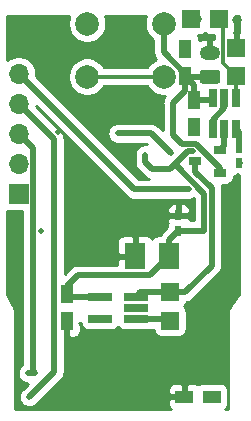
<source format=gbr>
G04 #@! TF.GenerationSoftware,KiCad,Pcbnew,(5.1.9)-1*
G04 #@! TF.CreationDate,2021-03-01T14:18:58+01:00*
G04 #@! TF.ProjectId,button_timer_v1.2.1_lipo[TPL5110],62757474-6f6e-45f7-9469-6d65725f7631,rev?*
G04 #@! TF.SameCoordinates,Original*
G04 #@! TF.FileFunction,Copper,L2,Bot*
G04 #@! TF.FilePolarity,Positive*
%FSLAX46Y46*%
G04 Gerber Fmt 4.6, Leading zero omitted, Abs format (unit mm)*
G04 Created by KiCad (PCBNEW (5.1.9)-1) date 2021-03-01 14:18:58*
%MOMM*%
%LPD*%
G01*
G04 APERTURE LIST*
G04 #@! TA.AperFunction,SMDPad,CuDef*
%ADD10R,1.000000X0.800000*%
G04 #@! TD*
G04 #@! TA.AperFunction,SMDPad,CuDef*
%ADD11R,0.620000X0.900000*%
G04 #@! TD*
G04 #@! TA.AperFunction,SMDPad,CuDef*
%ADD12R,1.800000X2.300000*%
G04 #@! TD*
G04 #@! TA.AperFunction,SMDPad,CuDef*
%ADD13R,1.100000X1.500000*%
G04 #@! TD*
G04 #@! TA.AperFunction,SMDPad,CuDef*
%ADD14R,1.500000X1.100000*%
G04 #@! TD*
G04 #@! TA.AperFunction,SMDPad,CuDef*
%ADD15R,1.500000X1.500000*%
G04 #@! TD*
G04 #@! TA.AperFunction,SMDPad,CuDef*
%ADD16R,2.000000X0.650000*%
G04 #@! TD*
G04 #@! TA.AperFunction,SMDPad,CuDef*
%ADD17C,0.150000*%
G04 #@! TD*
G04 #@! TA.AperFunction,ComponentPad*
%ADD18C,2.000000*%
G04 #@! TD*
G04 #@! TA.AperFunction,ComponentPad*
%ADD19O,1.700000X1.700000*%
G04 #@! TD*
G04 #@! TA.AperFunction,ComponentPad*
%ADD20R,1.700000X1.700000*%
G04 #@! TD*
G04 #@! TA.AperFunction,SMDPad,CuDef*
%ADD21R,0.650000X1.500000*%
G04 #@! TD*
G04 #@! TA.AperFunction,ComponentPad*
%ADD22O,1.750000X1.200000*%
G04 #@! TD*
G04 #@! TA.AperFunction,ViaPad*
%ADD23C,0.500000*%
G04 #@! TD*
G04 #@! TA.AperFunction,ViaPad*
%ADD24C,0.800000*%
G04 #@! TD*
G04 #@! TA.AperFunction,Conductor*
%ADD25C,0.500000*%
G04 #@! TD*
G04 #@! TA.AperFunction,Conductor*
%ADD26C,0.300000*%
G04 #@! TD*
G04 #@! TA.AperFunction,Conductor*
%ADD27C,0.254000*%
G04 #@! TD*
G04 #@! TA.AperFunction,Conductor*
%ADD28C,0.150000*%
G04 #@! TD*
G04 APERTURE END LIST*
D10*
G04 #@! TO.P,Q1,3*
G04 #@! TO.N,Net-(Q1-Pad3)*
X132173000Y-73660000D03*
G04 #@! TO.P,Q1,2*
G04 #@! TO.N,Net-(BT1-Pad1)*
X134273000Y-74610000D03*
G04 #@! TO.P,Q1,1*
G04 #@! TO.N,Net-(Q1-Pad1)*
X134273000Y-72710000D03*
G04 #@! TD*
D11*
G04 #@! TO.P,C7,2*
G04 #@! TO.N,/GND*
X130733800Y-78232240D03*
G04 #@! TO.P,C7,1*
G04 #@! TO.N,/VCC*
X130733800Y-79532240D03*
G04 #@! TD*
D12*
G04 #@! TO.P,C6,2*
G04 #@! TO.N,/GND*
X127053680Y-81696560D03*
G04 #@! TO.P,C6,1*
G04 #@! TO.N,/VCC*
X129953680Y-81696560D03*
G04 #@! TD*
D13*
G04 #@! TO.P,C3,2*
G04 #@! TO.N,/VCC*
X121269760Y-84920440D03*
G04 #@! TO.P,C3,1*
G04 #@! TO.N,/GND*
X121269760Y-87220440D03*
G04 #@! TD*
G04 #@! TO.P,C5,2*
G04 #@! TO.N,Net-(BT1-Pad1)*
X132080000Y-68446000D03*
G04 #@! TO.P,C5,1*
G04 #@! TO.N,/GND*
X132080000Y-70746000D03*
G04 #@! TD*
G04 #@! TO.P,C1,2*
G04 #@! TO.N,Net-(BT1-Pad1)*
X131318000Y-66428000D03*
G04 #@! TO.P,C1,1*
G04 #@! TO.N,/GND*
X131318000Y-64128000D03*
G04 #@! TD*
D14*
G04 #@! TO.P,C2,2*
G04 #@! TO.N,/RST*
X133534800Y-93599000D03*
G04 #@! TO.P,C2,1*
G04 #@! TO.N,/GND*
X131234800Y-93599000D03*
G04 #@! TD*
D15*
G04 #@! TO.P,R7,2*
G04 #@! TO.N,Net-(R7-Pad2)*
X130032760Y-87143440D03*
G04 #@! TO.P,R7,1*
G04 #@! TO.N,Net-(Q1-Pad3)*
X130032760Y-84743440D03*
G04 #@! TD*
G04 #@! TO.P,R8,2*
G04 #@! TO.N,/GND*
X135636000Y-64078000D03*
G04 #@! TO.P,R8,1*
G04 #@! TO.N,Net-(R6-Pad2)*
X135636000Y-66478000D03*
G04 #@! TD*
G04 #@! TO.P,R6,2*
G04 #@! TO.N,Net-(R6-Pad2)*
X134169000Y-61595000D03*
G04 #@! TO.P,R6,1*
G04 #@! TO.N,Net-(D1-Pad2)*
X131769000Y-61595000D03*
G04 #@! TD*
D16*
G04 #@! TO.P,U2,5*
G04 #@! TO.N,/VCC*
X124087760Y-85120440D03*
G04 #@! TO.P,U2,4*
G04 #@! TO.N,N/C*
X124087760Y-87020440D03*
G04 #@! TO.P,U2,3*
G04 #@! TO.N,Net-(R7-Pad2)*
X127137760Y-87020440D03*
G04 #@! TA.AperFunction,SMDPad,CuDef*
D17*
G04 #@! TO.P,U2,2*
G04 #@! TO.N,/GND*
G36*
X128137760Y-85745440D02*
G01*
X128137760Y-86395440D01*
X126137760Y-86395440D01*
X126137760Y-85745440D01*
X128137760Y-85745440D01*
G37*
G04 #@! TD.AperFunction*
D16*
G04 #@! TO.P,U2,1*
G04 #@! TO.N,Net-(Q1-Pad3)*
X127137760Y-85120440D03*
G04 #@! TD*
D18*
G04 #@! TO.P,SW1,1*
G04 #@! TO.N,Net-(BT1-Pad1)*
X129500000Y-62000000D03*
G04 #@! TO.P,SW1,2*
G04 #@! TO.N,Net-(R6-Pad2)*
X129500000Y-66500000D03*
G04 #@! TO.P,SW1,1*
G04 #@! TO.N,Net-(BT1-Pad1)*
X123000000Y-62000000D03*
G04 #@! TO.P,SW1,2*
G04 #@! TO.N,Net-(R6-Pad2)*
X123000000Y-66500000D03*
G04 #@! TD*
D19*
G04 #@! TO.P,J1,5*
G04 #@! TO.N,/RST*
X117200000Y-66240000D03*
G04 #@! TO.P,J1,4*
G04 #@! TO.N,/TX*
X117200000Y-68780000D03*
G04 #@! TO.P,J1,3*
G04 #@! TO.N,/RX*
X117200000Y-71320000D03*
G04 #@! TO.P,J1,2*
G04 #@! TO.N,/GND*
X117200000Y-73860000D03*
D20*
G04 #@! TO.P,J1,1*
G04 #@! TO.N,/VCC*
X117200000Y-76400000D03*
G04 #@! TD*
D21*
G04 #@! TO.P,U1,5*
G04 #@! TO.N,Net-(Q1-Pad1)*
X134620000Y-70896000D03*
G04 #@! TO.P,U1,6*
G04 #@! TO.N,/GND*
X133670000Y-70896000D03*
G04 #@! TO.P,U1,4*
G04 #@! TO.N,/GPIO4*
X135570000Y-70896000D03*
G04 #@! TO.P,U1,3*
G04 #@! TO.N,Net-(R6-Pad2)*
X135570000Y-68296000D03*
G04 #@! TO.P,U1,2*
G04 #@! TO.N,/GND*
X134620000Y-68296000D03*
G04 #@! TO.P,U1,1*
G04 #@! TO.N,Net-(BT1-Pad1)*
X133670000Y-68296000D03*
G04 #@! TD*
D11*
G04 #@! TO.P,C4,2*
G04 #@! TO.N,/GND*
X135890000Y-73802000D03*
G04 #@! TO.P,C4,1*
G04 #@! TO.N,/GPIO4*
X135890000Y-72502000D03*
G04 #@! TD*
D22*
G04 #@! TO.P,BT1,2*
G04 #@! TO.N,/GND*
X133400000Y-64500000D03*
G04 #@! TO.P,BT1,1*
G04 #@! TO.N,Net-(BT1-Pad1)*
G04 #@! TA.AperFunction,ComponentPad*
G36*
G01*
X134025001Y-67100000D02*
X132774999Y-67100000D01*
G75*
G02*
X132525000Y-66850001I0J249999D01*
G01*
X132525000Y-66149999D01*
G75*
G02*
X132774999Y-65900000I249999J0D01*
G01*
X134025001Y-65900000D01*
G75*
G02*
X134275000Y-66149999I0J-249999D01*
G01*
X134275000Y-66850001D01*
G75*
G02*
X134025001Y-67100000I-249999J0D01*
G01*
G37*
G04 #@! TD.AperFunction*
G04 #@! TD*
D23*
G04 #@! TO.N,/VCC*
X132932240Y-79532240D03*
X127900000Y-73100000D03*
X132000000Y-72800000D03*
G04 #@! TO.N,/GND*
X131300000Y-64100000D03*
X123000000Y-73400000D03*
X119100000Y-79600000D03*
X117100000Y-79700000D03*
X123400000Y-71000000D03*
X120500000Y-71200000D03*
X131200000Y-93600000D03*
X127100000Y-86000000D03*
X126900000Y-82200000D03*
X126900000Y-81100000D03*
X135900000Y-73800000D03*
X133700000Y-70900000D03*
X132100000Y-70700000D03*
X134700000Y-68300000D03*
D24*
X135700000Y-61700000D03*
D23*
X121400000Y-61500000D03*
X121900000Y-75700000D03*
X135800000Y-74900000D03*
G04 #@! TO.N,/RST*
X133500000Y-93700000D03*
X131599999Y-76025801D03*
G04 #@! TO.N,/RX*
X118000000Y-91600000D03*
G04 #@! TO.N,/TX*
X118100000Y-93600000D03*
G04 #@! TO.N,/GPIO4*
X135890000Y-72502000D03*
G04 #@! TO.N,Net-(D2-Pad2)*
X130100000Y-73000000D03*
X125600000Y-71300000D03*
D24*
G04 #@! TO.N,Net-(D1-Pad2)*
X132300000Y-61600000D03*
D23*
G04 #@! TO.N,Net-(R6-Pad2)*
X135579000Y-66421000D03*
G04 #@! TD*
D25*
G04 #@! TO.N,/VCC*
X129953680Y-80312360D02*
X130733800Y-79532240D01*
X129953680Y-81696560D02*
X129953680Y-80312360D01*
X130733800Y-79532240D02*
X132932240Y-79532240D01*
X132932240Y-79532240D02*
X132932240Y-79532240D01*
X121469760Y-85120440D02*
X121269760Y-84920440D01*
X124087760Y-85120440D02*
X121469760Y-85120440D01*
X121269760Y-84920440D02*
X121269760Y-84230240D01*
X121269760Y-84230240D02*
X122200000Y-83300000D01*
X128350240Y-83300000D02*
X129953680Y-81696560D01*
X122200000Y-83300000D02*
X128350240Y-83300000D01*
X127900000Y-73100000D02*
X127900000Y-73700000D01*
X127900000Y-73700000D02*
X128500000Y-74300000D01*
X128500000Y-74300000D02*
X130000000Y-74300000D01*
X131500000Y-72800000D02*
X132000000Y-72800000D01*
X132000000Y-72800000D02*
X132000000Y-72800000D01*
X132932240Y-79532240D02*
X132932240Y-76432240D01*
X130400000Y-73900000D02*
X131500000Y-72800000D01*
X130000000Y-74300000D02*
X130400000Y-73900000D01*
X132932240Y-76432240D02*
X130400000Y-73900000D01*
G04 #@! TO.N,/GND*
X134620000Y-69190998D02*
X134620000Y-68296000D01*
X133670000Y-70140998D02*
X134620000Y-69190998D01*
X133670000Y-70896000D02*
X133670000Y-70140998D01*
G04 #@! TO.N,/RST*
X126985801Y-76025801D02*
X131599999Y-76025801D01*
X117200000Y-66240000D02*
X126985801Y-76025801D01*
G04 #@! TO.N,/RX*
X118000000Y-91600000D02*
X118600000Y-91600000D01*
X118400001Y-72520001D02*
X117200000Y-71320000D01*
X118600000Y-91600000D02*
X118400001Y-91400001D01*
X118400001Y-91400001D02*
X118400001Y-72520001D01*
G04 #@! TO.N,/TX*
X118100000Y-93600000D02*
X118100000Y-93600000D01*
X117200000Y-68780000D02*
X120200000Y-71780000D01*
X120200000Y-71780000D02*
X120200000Y-91500000D01*
X120200000Y-91500000D02*
X118349999Y-93350001D01*
X118349999Y-93350001D02*
X118100000Y-93600000D01*
G04 #@! TO.N,Net-(BT1-Pad1)*
X131390000Y-66500000D02*
X131318000Y-66428000D01*
X133400000Y-66500000D02*
X131390000Y-66500000D01*
X129500000Y-64410000D02*
X129500000Y-62000000D01*
X131318000Y-66228000D02*
X129500000Y-64410000D01*
X131318000Y-66428000D02*
X131318000Y-66228000D01*
X133520000Y-68446000D02*
X133670000Y-68296000D01*
X132080000Y-68446000D02*
X133520000Y-68446000D01*
X132080000Y-67190000D02*
X131318000Y-66428000D01*
X132080000Y-68446000D02*
X132080000Y-67190000D01*
X131318000Y-67678000D02*
X131318000Y-66428000D01*
X134273000Y-74610000D02*
X134273000Y-74224457D01*
X134273000Y-74224457D02*
X132248532Y-72199989D01*
X132248532Y-72199989D02*
X131051468Y-72199989D01*
X131051468Y-72199989D02*
X130268000Y-71416521D01*
X130268000Y-68728000D02*
X131318000Y-67678000D01*
X130268000Y-71416521D02*
X130268000Y-68728000D01*
G04 #@! TO.N,Net-(R7-Pad2)*
X129909760Y-87020440D02*
X130032760Y-87143440D01*
X127137760Y-87020440D02*
X129909760Y-87020440D01*
G04 #@! TO.N,/GPIO4*
X135890000Y-71216000D02*
X135570000Y-70896000D01*
X135890000Y-72502000D02*
X135890000Y-72502000D01*
X135890000Y-72502000D02*
X135890000Y-71216000D01*
G04 #@! TO.N,Net-(D2-Pad2)*
X128400000Y-71300000D02*
X130100000Y-73000000D01*
X125600000Y-71300000D02*
X128400000Y-71300000D01*
D26*
G04 #@! TO.N,Net-(R6-Pad2)*
X134525010Y-65367010D02*
X135579000Y-66421000D01*
X134525010Y-61951010D02*
X134525010Y-65367010D01*
X134169000Y-61595000D02*
X134525010Y-61951010D01*
X129500000Y-66500000D02*
X123000000Y-66500000D01*
X135636000Y-68230000D02*
X135570000Y-68296000D01*
X135636000Y-66478000D02*
X135636000Y-68230000D01*
X135579000Y-66421000D02*
X135636000Y-66478000D01*
D25*
G04 #@! TO.N,Net-(Q1-Pad3)*
X127514760Y-84743440D02*
X127137760Y-85120440D01*
X130032760Y-84743440D02*
X127514760Y-84743440D01*
X131282760Y-84743440D02*
X133532251Y-82493949D01*
X130032760Y-84743440D02*
X131282760Y-84743440D01*
X133532251Y-75919251D02*
X132173000Y-74560000D01*
X133532251Y-82493949D02*
X133532251Y-75919251D01*
X132173000Y-74560000D02*
X132173000Y-73660000D01*
G04 #@! TO.N,Net-(Q1-Pad1)*
X134620000Y-72363000D02*
X134273000Y-72710000D01*
X134620000Y-70896000D02*
X134620000Y-72363000D01*
G04 #@! TD*
D27*
G04 #@! TO.N,/GND*
X135762998Y-74887000D02*
X135840001Y-74887000D01*
X135840001Y-78071344D01*
X135840000Y-78071354D01*
X135840001Y-80611344D01*
X135840000Y-80611354D01*
X135840001Y-84917666D01*
X135200464Y-85831291D01*
X135149289Y-85873290D01*
X135063688Y-85977594D01*
X135000081Y-86096595D01*
X134960912Y-86225718D01*
X134951000Y-86326354D01*
X134951001Y-94673000D01*
X134647259Y-94673000D01*
X134735985Y-94600185D01*
X134815337Y-94503494D01*
X134874302Y-94393180D01*
X134910612Y-94273482D01*
X134922872Y-94149000D01*
X134922872Y-93049000D01*
X134910612Y-92924518D01*
X134874302Y-92804820D01*
X134815337Y-92694506D01*
X134735985Y-92597815D01*
X134639294Y-92518463D01*
X134528980Y-92459498D01*
X134409282Y-92423188D01*
X134284800Y-92410928D01*
X132784800Y-92410928D01*
X132660318Y-92423188D01*
X132540620Y-92459498D01*
X132430306Y-92518463D01*
X132384800Y-92555809D01*
X132339294Y-92518463D01*
X132228980Y-92459498D01*
X132109282Y-92423188D01*
X131984800Y-92410928D01*
X131520550Y-92414000D01*
X131361800Y-92572750D01*
X131361800Y-93472000D01*
X131381800Y-93472000D01*
X131381800Y-93726000D01*
X131361800Y-93726000D01*
X131361800Y-93746000D01*
X131107800Y-93746000D01*
X131107800Y-93726000D01*
X130008550Y-93726000D01*
X129849800Y-93884750D01*
X129846728Y-94149000D01*
X129858988Y-94273482D01*
X129895298Y-94393180D01*
X129954263Y-94503494D01*
X130033615Y-94600185D01*
X130122341Y-94673000D01*
X116890000Y-94673000D01*
X116890000Y-86326353D01*
X116880088Y-86225717D01*
X116840919Y-86096594D01*
X116777312Y-85977593D01*
X116725198Y-85914093D01*
X116255000Y-84907054D01*
X116255000Y-77878716D01*
X116350000Y-77888072D01*
X117515002Y-77888072D01*
X117515001Y-90855746D01*
X117505941Y-90860589D01*
X117472171Y-90888304D01*
X117435845Y-90912576D01*
X117404951Y-90943470D01*
X117371183Y-90971183D01*
X117343470Y-91004951D01*
X117312576Y-91035845D01*
X117288304Y-91072171D01*
X117260589Y-91105941D01*
X117239996Y-91144467D01*
X117215723Y-91180795D01*
X117199001Y-91221165D01*
X117178411Y-91259687D01*
X117165731Y-91301487D01*
X117149010Y-91341855D01*
X117140487Y-91384705D01*
X117127805Y-91426510D01*
X117123523Y-91469987D01*
X117115000Y-91512835D01*
X117115000Y-91556523D01*
X117110718Y-91600000D01*
X117115000Y-91643477D01*
X117115000Y-91687165D01*
X117123523Y-91730013D01*
X117127805Y-91773490D01*
X117140487Y-91815295D01*
X117149010Y-91858145D01*
X117165731Y-91898513D01*
X117178411Y-91940313D01*
X117199001Y-91978835D01*
X117215723Y-92019205D01*
X117239996Y-92055533D01*
X117260589Y-92094059D01*
X117288304Y-92127829D01*
X117312576Y-92164155D01*
X117343470Y-92195049D01*
X117371183Y-92228817D01*
X117404951Y-92256530D01*
X117435845Y-92287424D01*
X117472171Y-92311696D01*
X117505941Y-92339411D01*
X117544467Y-92360004D01*
X117580795Y-92384277D01*
X117621165Y-92400999D01*
X117659687Y-92421589D01*
X117701487Y-92434269D01*
X117741855Y-92450990D01*
X117784705Y-92459513D01*
X117826510Y-92472195D01*
X117869987Y-92476477D01*
X117912835Y-92485000D01*
X117963422Y-92485000D01*
X117535848Y-92912574D01*
X117535845Y-92912576D01*
X117504951Y-92943470D01*
X117471183Y-92971183D01*
X117443470Y-93004951D01*
X117412576Y-93035845D01*
X117388304Y-93072171D01*
X117360589Y-93105941D01*
X117339996Y-93144467D01*
X117315723Y-93180795D01*
X117299001Y-93221165D01*
X117278411Y-93259687D01*
X117265731Y-93301487D01*
X117249010Y-93341855D01*
X117240487Y-93384705D01*
X117227805Y-93426510D01*
X117223523Y-93469987D01*
X117215000Y-93512835D01*
X117215000Y-93556523D01*
X117210718Y-93600000D01*
X117215000Y-93643477D01*
X117215000Y-93687165D01*
X117223523Y-93730013D01*
X117227805Y-93773490D01*
X117240487Y-93815295D01*
X117249010Y-93858145D01*
X117265731Y-93898513D01*
X117278411Y-93940313D01*
X117299001Y-93978835D01*
X117315723Y-94019205D01*
X117339996Y-94055533D01*
X117360589Y-94094059D01*
X117388304Y-94127829D01*
X117412576Y-94164155D01*
X117443470Y-94195049D01*
X117471183Y-94228817D01*
X117504951Y-94256530D01*
X117535845Y-94287424D01*
X117572171Y-94311696D01*
X117605941Y-94339411D01*
X117644467Y-94360004D01*
X117680795Y-94384277D01*
X117721165Y-94400999D01*
X117759687Y-94421589D01*
X117801487Y-94434269D01*
X117841855Y-94450990D01*
X117884705Y-94459513D01*
X117926510Y-94472195D01*
X117969987Y-94476477D01*
X118012835Y-94485000D01*
X118056531Y-94485000D01*
X118100000Y-94489281D01*
X118143469Y-94485000D01*
X118187165Y-94485000D01*
X118230013Y-94476477D01*
X118273490Y-94472195D01*
X118315295Y-94459513D01*
X118358145Y-94450990D01*
X118398513Y-94434269D01*
X118440313Y-94421589D01*
X118478835Y-94400999D01*
X118519205Y-94384277D01*
X118555533Y-94360004D01*
X118594059Y-94339411D01*
X118627829Y-94311696D01*
X118664155Y-94287424D01*
X118695049Y-94256530D01*
X118728817Y-94228817D01*
X118756530Y-94195049D01*
X118787424Y-94164155D01*
X118787426Y-94164152D01*
X119006531Y-93945047D01*
X119902578Y-93049000D01*
X129846728Y-93049000D01*
X129849800Y-93313250D01*
X130008550Y-93472000D01*
X131107800Y-93472000D01*
X131107800Y-92572750D01*
X130949050Y-92414000D01*
X130484800Y-92410928D01*
X130360318Y-92423188D01*
X130240620Y-92459498D01*
X130130306Y-92518463D01*
X130033615Y-92597815D01*
X129954263Y-92694506D01*
X129895298Y-92804820D01*
X129858988Y-92924518D01*
X129846728Y-93049000D01*
X119902578Y-93049000D01*
X120795049Y-92156530D01*
X120828817Y-92128817D01*
X120857343Y-92094059D01*
X120939411Y-91994059D01*
X121021589Y-91840314D01*
X121072195Y-91673490D01*
X121079433Y-91599999D01*
X121085000Y-91543477D01*
X121085000Y-91543469D01*
X121089281Y-91500000D01*
X121085000Y-91456531D01*
X121085000Y-88504450D01*
X121142760Y-88446690D01*
X121142760Y-87347440D01*
X121122760Y-87347440D01*
X121122760Y-87093440D01*
X121142760Y-87093440D01*
X121142760Y-87073440D01*
X121396760Y-87073440D01*
X121396760Y-87093440D01*
X121416760Y-87093440D01*
X121416760Y-87347440D01*
X121396760Y-87347440D01*
X121396760Y-88446690D01*
X121555510Y-88605440D01*
X121819760Y-88608512D01*
X121944242Y-88596252D01*
X122063940Y-88559942D01*
X122174254Y-88500977D01*
X122270945Y-88421625D01*
X122350297Y-88324934D01*
X122409262Y-88214620D01*
X122445572Y-88094922D01*
X122457832Y-87970440D01*
X122454760Y-87506190D01*
X122296012Y-87347442D01*
X122449885Y-87347442D01*
X122461948Y-87469922D01*
X122498258Y-87589620D01*
X122557223Y-87699934D01*
X122636575Y-87796625D01*
X122733266Y-87875977D01*
X122843580Y-87934942D01*
X122963278Y-87971252D01*
X123087760Y-87983512D01*
X125087760Y-87983512D01*
X125212242Y-87971252D01*
X125331940Y-87934942D01*
X125442254Y-87875977D01*
X125538945Y-87796625D01*
X125612760Y-87706681D01*
X125686575Y-87796625D01*
X125783266Y-87875977D01*
X125893580Y-87934942D01*
X126013278Y-87971252D01*
X126137760Y-87983512D01*
X128137760Y-87983512D01*
X128262242Y-87971252D01*
X128381940Y-87934942D01*
X128437133Y-87905440D01*
X128645870Y-87905440D01*
X128656948Y-88017922D01*
X128693258Y-88137620D01*
X128752223Y-88247934D01*
X128831575Y-88344625D01*
X128928266Y-88423977D01*
X129038580Y-88482942D01*
X129158278Y-88519252D01*
X129282760Y-88531512D01*
X130782760Y-88531512D01*
X130907242Y-88519252D01*
X131026940Y-88482942D01*
X131137254Y-88423977D01*
X131233945Y-88344625D01*
X131313297Y-88247934D01*
X131372262Y-88137620D01*
X131408572Y-88017922D01*
X131420832Y-87893440D01*
X131420832Y-86393440D01*
X131408572Y-86268958D01*
X131372262Y-86149260D01*
X131313297Y-86038946D01*
X131234918Y-85943440D01*
X131313297Y-85847934D01*
X131372262Y-85737620D01*
X131407819Y-85620405D01*
X131456250Y-85615635D01*
X131623073Y-85565029D01*
X131776819Y-85482851D01*
X131911577Y-85372257D01*
X131939294Y-85338484D01*
X134127301Y-83150478D01*
X134161068Y-83122766D01*
X134271662Y-82988008D01*
X134347267Y-82846560D01*
X134353840Y-82834263D01*
X134404446Y-82667439D01*
X134406807Y-82643468D01*
X134417251Y-82537426D01*
X134417251Y-82537418D01*
X134421532Y-82493949D01*
X134417251Y-82450480D01*
X134417251Y-75962716D01*
X134421532Y-75919250D01*
X134417251Y-75875784D01*
X134417251Y-75875774D01*
X134404446Y-75745761D01*
X134374812Y-75648072D01*
X134773000Y-75648072D01*
X134897482Y-75635812D01*
X135017180Y-75599502D01*
X135127494Y-75540537D01*
X135224185Y-75461185D01*
X135303537Y-75364494D01*
X135362502Y-75254180D01*
X135398812Y-75134482D01*
X135411072Y-75010000D01*
X135411072Y-74864329D01*
X135455518Y-74877812D01*
X135580000Y-74890072D01*
X135604250Y-74887000D01*
X135762998Y-74728252D01*
X135762998Y-74887000D01*
G04 #@! TA.AperFunction,Conductor*
D28*
G36*
X135762998Y-74887000D02*
G01*
X135840001Y-74887000D01*
X135840001Y-78071344D01*
X135840000Y-78071354D01*
X135840001Y-80611344D01*
X135840000Y-80611354D01*
X135840001Y-84917666D01*
X135200464Y-85831291D01*
X135149289Y-85873290D01*
X135063688Y-85977594D01*
X135000081Y-86096595D01*
X134960912Y-86225718D01*
X134951000Y-86326354D01*
X134951001Y-94673000D01*
X134647259Y-94673000D01*
X134735985Y-94600185D01*
X134815337Y-94503494D01*
X134874302Y-94393180D01*
X134910612Y-94273482D01*
X134922872Y-94149000D01*
X134922872Y-93049000D01*
X134910612Y-92924518D01*
X134874302Y-92804820D01*
X134815337Y-92694506D01*
X134735985Y-92597815D01*
X134639294Y-92518463D01*
X134528980Y-92459498D01*
X134409282Y-92423188D01*
X134284800Y-92410928D01*
X132784800Y-92410928D01*
X132660318Y-92423188D01*
X132540620Y-92459498D01*
X132430306Y-92518463D01*
X132384800Y-92555809D01*
X132339294Y-92518463D01*
X132228980Y-92459498D01*
X132109282Y-92423188D01*
X131984800Y-92410928D01*
X131520550Y-92414000D01*
X131361800Y-92572750D01*
X131361800Y-93472000D01*
X131381800Y-93472000D01*
X131381800Y-93726000D01*
X131361800Y-93726000D01*
X131361800Y-93746000D01*
X131107800Y-93746000D01*
X131107800Y-93726000D01*
X130008550Y-93726000D01*
X129849800Y-93884750D01*
X129846728Y-94149000D01*
X129858988Y-94273482D01*
X129895298Y-94393180D01*
X129954263Y-94503494D01*
X130033615Y-94600185D01*
X130122341Y-94673000D01*
X116890000Y-94673000D01*
X116890000Y-86326353D01*
X116880088Y-86225717D01*
X116840919Y-86096594D01*
X116777312Y-85977593D01*
X116725198Y-85914093D01*
X116255000Y-84907054D01*
X116255000Y-77878716D01*
X116350000Y-77888072D01*
X117515002Y-77888072D01*
X117515001Y-90855746D01*
X117505941Y-90860589D01*
X117472171Y-90888304D01*
X117435845Y-90912576D01*
X117404951Y-90943470D01*
X117371183Y-90971183D01*
X117343470Y-91004951D01*
X117312576Y-91035845D01*
X117288304Y-91072171D01*
X117260589Y-91105941D01*
X117239996Y-91144467D01*
X117215723Y-91180795D01*
X117199001Y-91221165D01*
X117178411Y-91259687D01*
X117165731Y-91301487D01*
X117149010Y-91341855D01*
X117140487Y-91384705D01*
X117127805Y-91426510D01*
X117123523Y-91469987D01*
X117115000Y-91512835D01*
X117115000Y-91556523D01*
X117110718Y-91600000D01*
X117115000Y-91643477D01*
X117115000Y-91687165D01*
X117123523Y-91730013D01*
X117127805Y-91773490D01*
X117140487Y-91815295D01*
X117149010Y-91858145D01*
X117165731Y-91898513D01*
X117178411Y-91940313D01*
X117199001Y-91978835D01*
X117215723Y-92019205D01*
X117239996Y-92055533D01*
X117260589Y-92094059D01*
X117288304Y-92127829D01*
X117312576Y-92164155D01*
X117343470Y-92195049D01*
X117371183Y-92228817D01*
X117404951Y-92256530D01*
X117435845Y-92287424D01*
X117472171Y-92311696D01*
X117505941Y-92339411D01*
X117544467Y-92360004D01*
X117580795Y-92384277D01*
X117621165Y-92400999D01*
X117659687Y-92421589D01*
X117701487Y-92434269D01*
X117741855Y-92450990D01*
X117784705Y-92459513D01*
X117826510Y-92472195D01*
X117869987Y-92476477D01*
X117912835Y-92485000D01*
X117963422Y-92485000D01*
X117535848Y-92912574D01*
X117535845Y-92912576D01*
X117504951Y-92943470D01*
X117471183Y-92971183D01*
X117443470Y-93004951D01*
X117412576Y-93035845D01*
X117388304Y-93072171D01*
X117360589Y-93105941D01*
X117339996Y-93144467D01*
X117315723Y-93180795D01*
X117299001Y-93221165D01*
X117278411Y-93259687D01*
X117265731Y-93301487D01*
X117249010Y-93341855D01*
X117240487Y-93384705D01*
X117227805Y-93426510D01*
X117223523Y-93469987D01*
X117215000Y-93512835D01*
X117215000Y-93556523D01*
X117210718Y-93600000D01*
X117215000Y-93643477D01*
X117215000Y-93687165D01*
X117223523Y-93730013D01*
X117227805Y-93773490D01*
X117240487Y-93815295D01*
X117249010Y-93858145D01*
X117265731Y-93898513D01*
X117278411Y-93940313D01*
X117299001Y-93978835D01*
X117315723Y-94019205D01*
X117339996Y-94055533D01*
X117360589Y-94094059D01*
X117388304Y-94127829D01*
X117412576Y-94164155D01*
X117443470Y-94195049D01*
X117471183Y-94228817D01*
X117504951Y-94256530D01*
X117535845Y-94287424D01*
X117572171Y-94311696D01*
X117605941Y-94339411D01*
X117644467Y-94360004D01*
X117680795Y-94384277D01*
X117721165Y-94400999D01*
X117759687Y-94421589D01*
X117801487Y-94434269D01*
X117841855Y-94450990D01*
X117884705Y-94459513D01*
X117926510Y-94472195D01*
X117969987Y-94476477D01*
X118012835Y-94485000D01*
X118056531Y-94485000D01*
X118100000Y-94489281D01*
X118143469Y-94485000D01*
X118187165Y-94485000D01*
X118230013Y-94476477D01*
X118273490Y-94472195D01*
X118315295Y-94459513D01*
X118358145Y-94450990D01*
X118398513Y-94434269D01*
X118440313Y-94421589D01*
X118478835Y-94400999D01*
X118519205Y-94384277D01*
X118555533Y-94360004D01*
X118594059Y-94339411D01*
X118627829Y-94311696D01*
X118664155Y-94287424D01*
X118695049Y-94256530D01*
X118728817Y-94228817D01*
X118756530Y-94195049D01*
X118787424Y-94164155D01*
X118787426Y-94164152D01*
X119006531Y-93945047D01*
X119902578Y-93049000D01*
X129846728Y-93049000D01*
X129849800Y-93313250D01*
X130008550Y-93472000D01*
X131107800Y-93472000D01*
X131107800Y-92572750D01*
X130949050Y-92414000D01*
X130484800Y-92410928D01*
X130360318Y-92423188D01*
X130240620Y-92459498D01*
X130130306Y-92518463D01*
X130033615Y-92597815D01*
X129954263Y-92694506D01*
X129895298Y-92804820D01*
X129858988Y-92924518D01*
X129846728Y-93049000D01*
X119902578Y-93049000D01*
X120795049Y-92156530D01*
X120828817Y-92128817D01*
X120857343Y-92094059D01*
X120939411Y-91994059D01*
X121021589Y-91840314D01*
X121072195Y-91673490D01*
X121079433Y-91599999D01*
X121085000Y-91543477D01*
X121085000Y-91543469D01*
X121089281Y-91500000D01*
X121085000Y-91456531D01*
X121085000Y-88504450D01*
X121142760Y-88446690D01*
X121142760Y-87347440D01*
X121122760Y-87347440D01*
X121122760Y-87093440D01*
X121142760Y-87093440D01*
X121142760Y-87073440D01*
X121396760Y-87073440D01*
X121396760Y-87093440D01*
X121416760Y-87093440D01*
X121416760Y-87347440D01*
X121396760Y-87347440D01*
X121396760Y-88446690D01*
X121555510Y-88605440D01*
X121819760Y-88608512D01*
X121944242Y-88596252D01*
X122063940Y-88559942D01*
X122174254Y-88500977D01*
X122270945Y-88421625D01*
X122350297Y-88324934D01*
X122409262Y-88214620D01*
X122445572Y-88094922D01*
X122457832Y-87970440D01*
X122454760Y-87506190D01*
X122296012Y-87347442D01*
X122449885Y-87347442D01*
X122461948Y-87469922D01*
X122498258Y-87589620D01*
X122557223Y-87699934D01*
X122636575Y-87796625D01*
X122733266Y-87875977D01*
X122843580Y-87934942D01*
X122963278Y-87971252D01*
X123087760Y-87983512D01*
X125087760Y-87983512D01*
X125212242Y-87971252D01*
X125331940Y-87934942D01*
X125442254Y-87875977D01*
X125538945Y-87796625D01*
X125612760Y-87706681D01*
X125686575Y-87796625D01*
X125783266Y-87875977D01*
X125893580Y-87934942D01*
X126013278Y-87971252D01*
X126137760Y-87983512D01*
X128137760Y-87983512D01*
X128262242Y-87971252D01*
X128381940Y-87934942D01*
X128437133Y-87905440D01*
X128645870Y-87905440D01*
X128656948Y-88017922D01*
X128693258Y-88137620D01*
X128752223Y-88247934D01*
X128831575Y-88344625D01*
X128928266Y-88423977D01*
X129038580Y-88482942D01*
X129158278Y-88519252D01*
X129282760Y-88531512D01*
X130782760Y-88531512D01*
X130907242Y-88519252D01*
X131026940Y-88482942D01*
X131137254Y-88423977D01*
X131233945Y-88344625D01*
X131313297Y-88247934D01*
X131372262Y-88137620D01*
X131408572Y-88017922D01*
X131420832Y-87893440D01*
X131420832Y-86393440D01*
X131408572Y-86268958D01*
X131372262Y-86149260D01*
X131313297Y-86038946D01*
X131234918Y-85943440D01*
X131313297Y-85847934D01*
X131372262Y-85737620D01*
X131407819Y-85620405D01*
X131456250Y-85615635D01*
X131623073Y-85565029D01*
X131776819Y-85482851D01*
X131911577Y-85372257D01*
X131939294Y-85338484D01*
X134127301Y-83150478D01*
X134161068Y-83122766D01*
X134271662Y-82988008D01*
X134347267Y-82846560D01*
X134353840Y-82834263D01*
X134404446Y-82667439D01*
X134406807Y-82643468D01*
X134417251Y-82537426D01*
X134417251Y-82537418D01*
X134421532Y-82493949D01*
X134417251Y-82450480D01*
X134417251Y-75962716D01*
X134421532Y-75919250D01*
X134417251Y-75875784D01*
X134417251Y-75875774D01*
X134404446Y-75745761D01*
X134374812Y-75648072D01*
X134773000Y-75648072D01*
X134897482Y-75635812D01*
X135017180Y-75599502D01*
X135127494Y-75540537D01*
X135224185Y-75461185D01*
X135303537Y-75364494D01*
X135362502Y-75254180D01*
X135398812Y-75134482D01*
X135411072Y-75010000D01*
X135411072Y-74864329D01*
X135455518Y-74877812D01*
X135580000Y-74890072D01*
X135604250Y-74887000D01*
X135762998Y-74728252D01*
X135762998Y-74887000D01*
G37*
G04 #@! TD.AperFunction*
D27*
X126329271Y-76620850D02*
X126356984Y-76654618D01*
X126390752Y-76682331D01*
X126390754Y-76682333D01*
X126428396Y-76713225D01*
X126491742Y-76765212D01*
X126645488Y-76847390D01*
X126812311Y-76897996D01*
X126942324Y-76910801D01*
X126942334Y-76910801D01*
X126985800Y-76915082D01*
X127029266Y-76910801D01*
X131687164Y-76910801D01*
X131730012Y-76902278D01*
X131773489Y-76897996D01*
X131815294Y-76885314D01*
X131858144Y-76876791D01*
X131898512Y-76860070D01*
X131940312Y-76847390D01*
X131978834Y-76826800D01*
X132019204Y-76810078D01*
X132042760Y-76794339D01*
X132047241Y-76798820D01*
X132047240Y-78647240D01*
X131681217Y-78647240D01*
X131678800Y-78517990D01*
X131520050Y-78359240D01*
X130860800Y-78359240D01*
X130860800Y-78379240D01*
X130606800Y-78379240D01*
X130606800Y-78359240D01*
X129947550Y-78359240D01*
X129788800Y-78517990D01*
X129785728Y-78682240D01*
X129797988Y-78806722D01*
X129820896Y-78882240D01*
X129797988Y-78957758D01*
X129785728Y-79082240D01*
X129785728Y-79228733D01*
X129358631Y-79655831D01*
X129324864Y-79683543D01*
X129297151Y-79717311D01*
X129297148Y-79717314D01*
X129214270Y-79818301D01*
X129166065Y-79908488D01*
X129053680Y-79908488D01*
X128929198Y-79920748D01*
X128809500Y-79957058D01*
X128699186Y-80016023D01*
X128602495Y-80095375D01*
X128523143Y-80192066D01*
X128503680Y-80228478D01*
X128484217Y-80192066D01*
X128404865Y-80095375D01*
X128308174Y-80016023D01*
X128197860Y-79957058D01*
X128078162Y-79920748D01*
X127953680Y-79908488D01*
X127339430Y-79911560D01*
X127180680Y-80070310D01*
X127180680Y-81569560D01*
X127200680Y-81569560D01*
X127200680Y-81823560D01*
X127180680Y-81823560D01*
X127180680Y-81843560D01*
X126926680Y-81843560D01*
X126926680Y-81823560D01*
X125677430Y-81823560D01*
X125518680Y-81982310D01*
X125517142Y-82415000D01*
X122243466Y-82415000D01*
X122199999Y-82410719D01*
X122156533Y-82415000D01*
X122156523Y-82415000D01*
X122026510Y-82427805D01*
X121859687Y-82478411D01*
X121705941Y-82560589D01*
X121705939Y-82560590D01*
X121705940Y-82560590D01*
X121604953Y-82643468D01*
X121604951Y-82643470D01*
X121571183Y-82671183D01*
X121543470Y-82704951D01*
X121085000Y-83163422D01*
X121085000Y-80546560D01*
X125515608Y-80546560D01*
X125518680Y-81410810D01*
X125677430Y-81569560D01*
X126926680Y-81569560D01*
X126926680Y-80070310D01*
X126767930Y-79911560D01*
X126153680Y-79908488D01*
X126029198Y-79920748D01*
X125909500Y-79957058D01*
X125799186Y-80016023D01*
X125702495Y-80095375D01*
X125623143Y-80192066D01*
X125564178Y-80302380D01*
X125527868Y-80422078D01*
X125515608Y-80546560D01*
X121085000Y-80546560D01*
X121085000Y-77782240D01*
X129785728Y-77782240D01*
X129788800Y-77946490D01*
X129947550Y-78105240D01*
X130606800Y-78105240D01*
X130606800Y-77305990D01*
X130860800Y-77305990D01*
X130860800Y-78105240D01*
X131520050Y-78105240D01*
X131678800Y-77946490D01*
X131681872Y-77782240D01*
X131669612Y-77657758D01*
X131633302Y-77538060D01*
X131574337Y-77427746D01*
X131494985Y-77331055D01*
X131398294Y-77251703D01*
X131287980Y-77192738D01*
X131168282Y-77156428D01*
X131043800Y-77144168D01*
X131019550Y-77147240D01*
X130860800Y-77305990D01*
X130606800Y-77305990D01*
X130448050Y-77147240D01*
X130423800Y-77144168D01*
X130299318Y-77156428D01*
X130179620Y-77192738D01*
X130069306Y-77251703D01*
X129972615Y-77331055D01*
X129893263Y-77427746D01*
X129834298Y-77538060D01*
X129797988Y-77657758D01*
X129785728Y-77782240D01*
X121085000Y-77782240D01*
X121085000Y-71823469D01*
X121089281Y-71780000D01*
X121085000Y-71736531D01*
X121085000Y-71736523D01*
X121072195Y-71606510D01*
X121053068Y-71543457D01*
X121021589Y-71439686D01*
X120939411Y-71285941D01*
X120856532Y-71184953D01*
X120856530Y-71184951D01*
X120828817Y-71151183D01*
X120795050Y-71123471D01*
X118670539Y-68998961D01*
X118676652Y-68968230D01*
X126329271Y-76620850D01*
G04 #@! TA.AperFunction,Conductor*
D28*
G36*
X126329271Y-76620850D02*
G01*
X126356984Y-76654618D01*
X126390752Y-76682331D01*
X126390754Y-76682333D01*
X126428396Y-76713225D01*
X126491742Y-76765212D01*
X126645488Y-76847390D01*
X126812311Y-76897996D01*
X126942324Y-76910801D01*
X126942334Y-76910801D01*
X126985800Y-76915082D01*
X127029266Y-76910801D01*
X131687164Y-76910801D01*
X131730012Y-76902278D01*
X131773489Y-76897996D01*
X131815294Y-76885314D01*
X131858144Y-76876791D01*
X131898512Y-76860070D01*
X131940312Y-76847390D01*
X131978834Y-76826800D01*
X132019204Y-76810078D01*
X132042760Y-76794339D01*
X132047241Y-76798820D01*
X132047240Y-78647240D01*
X131681217Y-78647240D01*
X131678800Y-78517990D01*
X131520050Y-78359240D01*
X130860800Y-78359240D01*
X130860800Y-78379240D01*
X130606800Y-78379240D01*
X130606800Y-78359240D01*
X129947550Y-78359240D01*
X129788800Y-78517990D01*
X129785728Y-78682240D01*
X129797988Y-78806722D01*
X129820896Y-78882240D01*
X129797988Y-78957758D01*
X129785728Y-79082240D01*
X129785728Y-79228733D01*
X129358631Y-79655831D01*
X129324864Y-79683543D01*
X129297151Y-79717311D01*
X129297148Y-79717314D01*
X129214270Y-79818301D01*
X129166065Y-79908488D01*
X129053680Y-79908488D01*
X128929198Y-79920748D01*
X128809500Y-79957058D01*
X128699186Y-80016023D01*
X128602495Y-80095375D01*
X128523143Y-80192066D01*
X128503680Y-80228478D01*
X128484217Y-80192066D01*
X128404865Y-80095375D01*
X128308174Y-80016023D01*
X128197860Y-79957058D01*
X128078162Y-79920748D01*
X127953680Y-79908488D01*
X127339430Y-79911560D01*
X127180680Y-80070310D01*
X127180680Y-81569560D01*
X127200680Y-81569560D01*
X127200680Y-81823560D01*
X127180680Y-81823560D01*
X127180680Y-81843560D01*
X126926680Y-81843560D01*
X126926680Y-81823560D01*
X125677430Y-81823560D01*
X125518680Y-81982310D01*
X125517142Y-82415000D01*
X122243466Y-82415000D01*
X122199999Y-82410719D01*
X122156533Y-82415000D01*
X122156523Y-82415000D01*
X122026510Y-82427805D01*
X121859687Y-82478411D01*
X121705941Y-82560589D01*
X121705939Y-82560590D01*
X121705940Y-82560590D01*
X121604953Y-82643468D01*
X121604951Y-82643470D01*
X121571183Y-82671183D01*
X121543470Y-82704951D01*
X121085000Y-83163422D01*
X121085000Y-80546560D01*
X125515608Y-80546560D01*
X125518680Y-81410810D01*
X125677430Y-81569560D01*
X126926680Y-81569560D01*
X126926680Y-80070310D01*
X126767930Y-79911560D01*
X126153680Y-79908488D01*
X126029198Y-79920748D01*
X125909500Y-79957058D01*
X125799186Y-80016023D01*
X125702495Y-80095375D01*
X125623143Y-80192066D01*
X125564178Y-80302380D01*
X125527868Y-80422078D01*
X125515608Y-80546560D01*
X121085000Y-80546560D01*
X121085000Y-77782240D01*
X129785728Y-77782240D01*
X129788800Y-77946490D01*
X129947550Y-78105240D01*
X130606800Y-78105240D01*
X130606800Y-77305990D01*
X130860800Y-77305990D01*
X130860800Y-78105240D01*
X131520050Y-78105240D01*
X131678800Y-77946490D01*
X131681872Y-77782240D01*
X131669612Y-77657758D01*
X131633302Y-77538060D01*
X131574337Y-77427746D01*
X131494985Y-77331055D01*
X131398294Y-77251703D01*
X131287980Y-77192738D01*
X131168282Y-77156428D01*
X131043800Y-77144168D01*
X131019550Y-77147240D01*
X130860800Y-77305990D01*
X130606800Y-77305990D01*
X130448050Y-77147240D01*
X130423800Y-77144168D01*
X130299318Y-77156428D01*
X130179620Y-77192738D01*
X130069306Y-77251703D01*
X129972615Y-77331055D01*
X129893263Y-77427746D01*
X129834298Y-77538060D01*
X129797988Y-77657758D01*
X129785728Y-77782240D01*
X121085000Y-77782240D01*
X121085000Y-71823469D01*
X121089281Y-71780000D01*
X121085000Y-71736531D01*
X121085000Y-71736523D01*
X121072195Y-71606510D01*
X121053068Y-71543457D01*
X121021589Y-71439686D01*
X120939411Y-71285941D01*
X120856532Y-71184953D01*
X120856530Y-71184951D01*
X120828817Y-71151183D01*
X120795050Y-71123471D01*
X118670539Y-68998961D01*
X118676652Y-68968230D01*
X126329271Y-76620850D01*
G37*
G04 #@! TD.AperFunction*
D27*
X121427832Y-61523088D02*
X121365000Y-61838967D01*
X121365000Y-62161033D01*
X121427832Y-62476912D01*
X121551082Y-62774463D01*
X121730013Y-63042252D01*
X121957748Y-63269987D01*
X122225537Y-63448918D01*
X122523088Y-63572168D01*
X122838967Y-63635000D01*
X123161033Y-63635000D01*
X123476912Y-63572168D01*
X123774463Y-63448918D01*
X124042252Y-63269987D01*
X124269987Y-63042252D01*
X124448918Y-62774463D01*
X124572168Y-62476912D01*
X124635000Y-62161033D01*
X124635000Y-61838967D01*
X124572168Y-61523088D01*
X124517455Y-61391000D01*
X127982545Y-61391000D01*
X127927832Y-61523088D01*
X127865000Y-61838967D01*
X127865000Y-62161033D01*
X127927832Y-62476912D01*
X128051082Y-62774463D01*
X128230013Y-63042252D01*
X128457748Y-63269987D01*
X128615000Y-63375060D01*
X128615000Y-64366531D01*
X128610719Y-64410000D01*
X128615000Y-64453469D01*
X128615000Y-64453476D01*
X128627805Y-64583489D01*
X128678411Y-64750312D01*
X128760589Y-64904058D01*
X128841745Y-65002947D01*
X128725537Y-65051082D01*
X128457748Y-65230013D01*
X128230013Y-65457748D01*
X128058123Y-65715000D01*
X124441877Y-65715000D01*
X124269987Y-65457748D01*
X124042252Y-65230013D01*
X123774463Y-65051082D01*
X123476912Y-64927832D01*
X123161033Y-64865000D01*
X122838967Y-64865000D01*
X122523088Y-64927832D01*
X122225537Y-65051082D01*
X121957748Y-65230013D01*
X121730013Y-65457748D01*
X121551082Y-65725537D01*
X121427832Y-66023088D01*
X121365000Y-66338967D01*
X121365000Y-66661033D01*
X121427832Y-66976912D01*
X121551082Y-67274463D01*
X121730013Y-67542252D01*
X121957748Y-67769987D01*
X122225537Y-67948918D01*
X122523088Y-68072168D01*
X122838967Y-68135000D01*
X123161033Y-68135000D01*
X123476912Y-68072168D01*
X123774463Y-67948918D01*
X124042252Y-67769987D01*
X124269987Y-67542252D01*
X124441877Y-67285000D01*
X128058123Y-67285000D01*
X128230013Y-67542252D01*
X128457748Y-67769987D01*
X128725537Y-67948918D01*
X129023088Y-68072168D01*
X129338967Y-68135000D01*
X129609789Y-68135000D01*
X129528590Y-68233941D01*
X129446412Y-68387687D01*
X129395805Y-68554510D01*
X129378719Y-68728000D01*
X129383001Y-68771479D01*
X129383000Y-71031422D01*
X129056534Y-70704956D01*
X129028817Y-70671183D01*
X128894059Y-70560589D01*
X128740313Y-70478411D01*
X128573490Y-70427805D01*
X128443477Y-70415000D01*
X128443469Y-70415000D01*
X128400000Y-70410719D01*
X128356531Y-70415000D01*
X125512835Y-70415000D01*
X125469987Y-70423523D01*
X125426510Y-70427805D01*
X125384705Y-70440487D01*
X125341855Y-70449010D01*
X125301487Y-70465731D01*
X125259687Y-70478411D01*
X125221165Y-70499001D01*
X125180795Y-70515723D01*
X125144467Y-70539996D01*
X125105941Y-70560589D01*
X125072171Y-70588304D01*
X125035845Y-70612576D01*
X125004951Y-70643470D01*
X124971183Y-70671183D01*
X124943470Y-70704951D01*
X124912576Y-70735845D01*
X124888304Y-70772171D01*
X124860589Y-70805941D01*
X124839996Y-70844467D01*
X124815723Y-70880795D01*
X124799001Y-70921165D01*
X124778411Y-70959687D01*
X124765731Y-71001487D01*
X124749010Y-71041855D01*
X124740487Y-71084705D01*
X124727805Y-71126510D01*
X124723523Y-71169987D01*
X124715000Y-71212835D01*
X124715000Y-71256523D01*
X124710718Y-71300000D01*
X124715000Y-71343477D01*
X124715000Y-71387165D01*
X124723523Y-71430013D01*
X124727805Y-71473490D01*
X124740487Y-71515295D01*
X124749010Y-71558145D01*
X124765731Y-71598513D01*
X124778411Y-71640313D01*
X124799001Y-71678835D01*
X124815723Y-71719205D01*
X124839996Y-71755533D01*
X124860589Y-71794059D01*
X124888304Y-71827829D01*
X124912576Y-71864155D01*
X124943470Y-71895049D01*
X124971183Y-71928817D01*
X125004951Y-71956530D01*
X125035845Y-71987424D01*
X125072171Y-72011696D01*
X125105941Y-72039411D01*
X125144467Y-72060004D01*
X125180795Y-72084277D01*
X125221165Y-72100999D01*
X125259687Y-72121589D01*
X125301487Y-72134269D01*
X125341855Y-72150990D01*
X125384705Y-72159513D01*
X125426510Y-72172195D01*
X125469987Y-72176477D01*
X125512835Y-72185000D01*
X128033422Y-72185000D01*
X128077419Y-72228997D01*
X128073489Y-72227805D01*
X128030013Y-72223523D01*
X127987165Y-72215000D01*
X127943476Y-72215000D01*
X127900000Y-72210718D01*
X127856523Y-72215000D01*
X127812835Y-72215000D01*
X127769987Y-72223523D01*
X127726510Y-72227805D01*
X127684705Y-72240487D01*
X127641855Y-72249010D01*
X127601487Y-72265731D01*
X127559687Y-72278411D01*
X127521165Y-72299001D01*
X127480795Y-72315723D01*
X127444467Y-72339996D01*
X127405941Y-72360589D01*
X127372171Y-72388304D01*
X127335845Y-72412576D01*
X127304951Y-72443470D01*
X127271183Y-72471183D01*
X127243472Y-72504949D01*
X127212576Y-72535845D01*
X127188301Y-72572175D01*
X127160589Y-72605942D01*
X127139999Y-72644463D01*
X127115723Y-72680795D01*
X127099000Y-72721169D01*
X127078411Y-72759688D01*
X127065732Y-72801484D01*
X127049010Y-72841855D01*
X127040486Y-72884708D01*
X127027805Y-72926511D01*
X127023523Y-72969986D01*
X127015000Y-73012835D01*
X127015000Y-73656531D01*
X127010719Y-73700000D01*
X127015000Y-73743469D01*
X127015000Y-73743477D01*
X127027805Y-73873490D01*
X127078411Y-74040313D01*
X127153599Y-74180980D01*
X127160590Y-74194059D01*
X127243468Y-74295046D01*
X127243471Y-74295049D01*
X127271184Y-74328817D01*
X127304951Y-74356529D01*
X127843470Y-74895049D01*
X127871183Y-74928817D01*
X127904951Y-74956530D01*
X127904953Y-74956532D01*
X127909786Y-74960498D01*
X128005941Y-75039411D01*
X128159687Y-75121589D01*
X128223019Y-75140801D01*
X127352380Y-75140801D01*
X118670539Y-66458961D01*
X118685000Y-66386260D01*
X118685000Y-66093740D01*
X118627932Y-65806842D01*
X118515990Y-65536589D01*
X118353475Y-65293368D01*
X118146632Y-65086525D01*
X117903411Y-64924010D01*
X117633158Y-64812068D01*
X117346260Y-64755000D01*
X117053740Y-64755000D01*
X116766842Y-64812068D01*
X116496589Y-64924010D01*
X116255000Y-65085435D01*
X116255000Y-61391000D01*
X121482545Y-61391000D01*
X121427832Y-61523088D01*
G04 #@! TA.AperFunction,Conductor*
D28*
G36*
X121427832Y-61523088D02*
G01*
X121365000Y-61838967D01*
X121365000Y-62161033D01*
X121427832Y-62476912D01*
X121551082Y-62774463D01*
X121730013Y-63042252D01*
X121957748Y-63269987D01*
X122225537Y-63448918D01*
X122523088Y-63572168D01*
X122838967Y-63635000D01*
X123161033Y-63635000D01*
X123476912Y-63572168D01*
X123774463Y-63448918D01*
X124042252Y-63269987D01*
X124269987Y-63042252D01*
X124448918Y-62774463D01*
X124572168Y-62476912D01*
X124635000Y-62161033D01*
X124635000Y-61838967D01*
X124572168Y-61523088D01*
X124517455Y-61391000D01*
X127982545Y-61391000D01*
X127927832Y-61523088D01*
X127865000Y-61838967D01*
X127865000Y-62161033D01*
X127927832Y-62476912D01*
X128051082Y-62774463D01*
X128230013Y-63042252D01*
X128457748Y-63269987D01*
X128615000Y-63375060D01*
X128615000Y-64366531D01*
X128610719Y-64410000D01*
X128615000Y-64453469D01*
X128615000Y-64453476D01*
X128627805Y-64583489D01*
X128678411Y-64750312D01*
X128760589Y-64904058D01*
X128841745Y-65002947D01*
X128725537Y-65051082D01*
X128457748Y-65230013D01*
X128230013Y-65457748D01*
X128058123Y-65715000D01*
X124441877Y-65715000D01*
X124269987Y-65457748D01*
X124042252Y-65230013D01*
X123774463Y-65051082D01*
X123476912Y-64927832D01*
X123161033Y-64865000D01*
X122838967Y-64865000D01*
X122523088Y-64927832D01*
X122225537Y-65051082D01*
X121957748Y-65230013D01*
X121730013Y-65457748D01*
X121551082Y-65725537D01*
X121427832Y-66023088D01*
X121365000Y-66338967D01*
X121365000Y-66661033D01*
X121427832Y-66976912D01*
X121551082Y-67274463D01*
X121730013Y-67542252D01*
X121957748Y-67769987D01*
X122225537Y-67948918D01*
X122523088Y-68072168D01*
X122838967Y-68135000D01*
X123161033Y-68135000D01*
X123476912Y-68072168D01*
X123774463Y-67948918D01*
X124042252Y-67769987D01*
X124269987Y-67542252D01*
X124441877Y-67285000D01*
X128058123Y-67285000D01*
X128230013Y-67542252D01*
X128457748Y-67769987D01*
X128725537Y-67948918D01*
X129023088Y-68072168D01*
X129338967Y-68135000D01*
X129609789Y-68135000D01*
X129528590Y-68233941D01*
X129446412Y-68387687D01*
X129395805Y-68554510D01*
X129378719Y-68728000D01*
X129383001Y-68771479D01*
X129383000Y-71031422D01*
X129056534Y-70704956D01*
X129028817Y-70671183D01*
X128894059Y-70560589D01*
X128740313Y-70478411D01*
X128573490Y-70427805D01*
X128443477Y-70415000D01*
X128443469Y-70415000D01*
X128400000Y-70410719D01*
X128356531Y-70415000D01*
X125512835Y-70415000D01*
X125469987Y-70423523D01*
X125426510Y-70427805D01*
X125384705Y-70440487D01*
X125341855Y-70449010D01*
X125301487Y-70465731D01*
X125259687Y-70478411D01*
X125221165Y-70499001D01*
X125180795Y-70515723D01*
X125144467Y-70539996D01*
X125105941Y-70560589D01*
X125072171Y-70588304D01*
X125035845Y-70612576D01*
X125004951Y-70643470D01*
X124971183Y-70671183D01*
X124943470Y-70704951D01*
X124912576Y-70735845D01*
X124888304Y-70772171D01*
X124860589Y-70805941D01*
X124839996Y-70844467D01*
X124815723Y-70880795D01*
X124799001Y-70921165D01*
X124778411Y-70959687D01*
X124765731Y-71001487D01*
X124749010Y-71041855D01*
X124740487Y-71084705D01*
X124727805Y-71126510D01*
X124723523Y-71169987D01*
X124715000Y-71212835D01*
X124715000Y-71256523D01*
X124710718Y-71300000D01*
X124715000Y-71343477D01*
X124715000Y-71387165D01*
X124723523Y-71430013D01*
X124727805Y-71473490D01*
X124740487Y-71515295D01*
X124749010Y-71558145D01*
X124765731Y-71598513D01*
X124778411Y-71640313D01*
X124799001Y-71678835D01*
X124815723Y-71719205D01*
X124839996Y-71755533D01*
X124860589Y-71794059D01*
X124888304Y-71827829D01*
X124912576Y-71864155D01*
X124943470Y-71895049D01*
X124971183Y-71928817D01*
X125004951Y-71956530D01*
X125035845Y-71987424D01*
X125072171Y-72011696D01*
X125105941Y-72039411D01*
X125144467Y-72060004D01*
X125180795Y-72084277D01*
X125221165Y-72100999D01*
X125259687Y-72121589D01*
X125301487Y-72134269D01*
X125341855Y-72150990D01*
X125384705Y-72159513D01*
X125426510Y-72172195D01*
X125469987Y-72176477D01*
X125512835Y-72185000D01*
X128033422Y-72185000D01*
X128077419Y-72228997D01*
X128073489Y-72227805D01*
X128030013Y-72223523D01*
X127987165Y-72215000D01*
X127943476Y-72215000D01*
X127900000Y-72210718D01*
X127856523Y-72215000D01*
X127812835Y-72215000D01*
X127769987Y-72223523D01*
X127726510Y-72227805D01*
X127684705Y-72240487D01*
X127641855Y-72249010D01*
X127601487Y-72265731D01*
X127559687Y-72278411D01*
X127521165Y-72299001D01*
X127480795Y-72315723D01*
X127444467Y-72339996D01*
X127405941Y-72360589D01*
X127372171Y-72388304D01*
X127335845Y-72412576D01*
X127304951Y-72443470D01*
X127271183Y-72471183D01*
X127243472Y-72504949D01*
X127212576Y-72535845D01*
X127188301Y-72572175D01*
X127160589Y-72605942D01*
X127139999Y-72644463D01*
X127115723Y-72680795D01*
X127099000Y-72721169D01*
X127078411Y-72759688D01*
X127065732Y-72801484D01*
X127049010Y-72841855D01*
X127040486Y-72884708D01*
X127027805Y-72926511D01*
X127023523Y-72969986D01*
X127015000Y-73012835D01*
X127015000Y-73656531D01*
X127010719Y-73700000D01*
X127015000Y-73743469D01*
X127015000Y-73743477D01*
X127027805Y-73873490D01*
X127078411Y-74040313D01*
X127153599Y-74180980D01*
X127160590Y-74194059D01*
X127243468Y-74295046D01*
X127243471Y-74295049D01*
X127271184Y-74328817D01*
X127304951Y-74356529D01*
X127843470Y-74895049D01*
X127871183Y-74928817D01*
X127904951Y-74956530D01*
X127904953Y-74956532D01*
X127909786Y-74960498D01*
X128005941Y-75039411D01*
X128159687Y-75121589D01*
X128223019Y-75140801D01*
X127352380Y-75140801D01*
X118670539Y-66458961D01*
X118685000Y-66386260D01*
X118685000Y-66093740D01*
X118627932Y-65806842D01*
X118515990Y-65536589D01*
X118353475Y-65293368D01*
X118146632Y-65086525D01*
X117903411Y-64924010D01*
X117633158Y-64812068D01*
X117346260Y-64755000D01*
X117053740Y-64755000D01*
X116766842Y-64812068D01*
X116496589Y-64924010D01*
X116255000Y-65085435D01*
X116255000Y-61391000D01*
X121482545Y-61391000D01*
X121427832Y-61523088D01*
G37*
G04 #@! TD.AperFunction*
D27*
X117327000Y-73733000D02*
X117347000Y-73733000D01*
X117347000Y-73987000D01*
X117327000Y-73987000D01*
X117327000Y-74007000D01*
X117073000Y-74007000D01*
X117073000Y-73987000D01*
X117053000Y-73987000D01*
X117053000Y-73733000D01*
X117073000Y-73733000D01*
X117073000Y-73713000D01*
X117327000Y-73713000D01*
X117327000Y-73733000D01*
G04 #@! TA.AperFunction,Conductor*
D28*
G36*
X117327000Y-73733000D02*
G01*
X117347000Y-73733000D01*
X117347000Y-73987000D01*
X117327000Y-73987000D01*
X117327000Y-74007000D01*
X117073000Y-74007000D01*
X117073000Y-73987000D01*
X117053000Y-73987000D01*
X117053000Y-73733000D01*
X117073000Y-73733000D01*
X117073000Y-73713000D01*
X117327000Y-73713000D01*
X117327000Y-73733000D01*
G37*
G04 #@! TD.AperFunction*
D27*
X135840001Y-73949000D02*
X135763000Y-73949000D01*
X135763000Y-73929000D01*
X135743000Y-73929000D01*
X135743000Y-73675000D01*
X135763000Y-73675000D01*
X135763000Y-73655000D01*
X135840001Y-73655000D01*
X135840001Y-73949000D01*
G04 #@! TA.AperFunction,Conductor*
D28*
G36*
X135840001Y-73949000D02*
G01*
X135763000Y-73949000D01*
X135763000Y-73929000D01*
X135743000Y-73929000D01*
X135743000Y-73675000D01*
X135763000Y-73675000D01*
X135763000Y-73655000D01*
X135840001Y-73655000D01*
X135840001Y-73949000D01*
G37*
G04 #@! TD.AperFunction*
D27*
X133656928Y-71043000D02*
X133543000Y-71043000D01*
X133543000Y-71023000D01*
X133523000Y-71023000D01*
X133523000Y-70769000D01*
X133543000Y-70769000D01*
X133543000Y-70749000D01*
X133656928Y-70749000D01*
X133656928Y-71043000D01*
G04 #@! TA.AperFunction,Conductor*
D28*
G36*
X133656928Y-71043000D02*
G01*
X133543000Y-71043000D01*
X133543000Y-71023000D01*
X133523000Y-71023000D01*
X133523000Y-70769000D01*
X133543000Y-70769000D01*
X133543000Y-70749000D01*
X133656928Y-70749000D01*
X133656928Y-71043000D01*
G37*
G04 #@! TD.AperFunction*
D27*
X132207000Y-70619000D02*
X132227000Y-70619000D01*
X132227000Y-70873000D01*
X132207000Y-70873000D01*
X132207000Y-70893000D01*
X131953000Y-70893000D01*
X131953000Y-70873000D01*
X131933000Y-70873000D01*
X131933000Y-70619000D01*
X131953000Y-70619000D01*
X131953000Y-70599000D01*
X132207000Y-70599000D01*
X132207000Y-70619000D01*
G04 #@! TA.AperFunction,Conductor*
D28*
G36*
X132207000Y-70619000D02*
G01*
X132227000Y-70619000D01*
X132227000Y-70873000D01*
X132207000Y-70873000D01*
X132207000Y-70893000D01*
X131953000Y-70893000D01*
X131953000Y-70873000D01*
X131933000Y-70873000D01*
X131933000Y-70619000D01*
X131953000Y-70619000D01*
X131953000Y-70599000D01*
X132207000Y-70599000D01*
X132207000Y-70619000D01*
G37*
G04 #@! TD.AperFunction*
D27*
X133064506Y-62875537D02*
X133174820Y-62934502D01*
X133294518Y-62970812D01*
X133419000Y-62983072D01*
X133740010Y-62983072D01*
X133740010Y-63265000D01*
X133527000Y-63265000D01*
X133527000Y-64373000D01*
X133547000Y-64373000D01*
X133547000Y-64627000D01*
X133527000Y-64627000D01*
X133527000Y-64647000D01*
X133273000Y-64647000D01*
X133273000Y-64627000D01*
X133253000Y-64627000D01*
X133253000Y-64373000D01*
X133273000Y-64373000D01*
X133273000Y-63265000D01*
X132998000Y-63265000D01*
X132759504Y-63313507D01*
X132535054Y-63407610D01*
X132505745Y-63427376D01*
X132506072Y-63378000D01*
X132493812Y-63253518D01*
X132457502Y-63133820D01*
X132398537Y-63023506D01*
X132365354Y-62983072D01*
X132519000Y-62983072D01*
X132643482Y-62970812D01*
X132763180Y-62934502D01*
X132873494Y-62875537D01*
X132969000Y-62797158D01*
X133064506Y-62875537D01*
G04 #@! TA.AperFunction,Conductor*
D28*
G36*
X133064506Y-62875537D02*
G01*
X133174820Y-62934502D01*
X133294518Y-62970812D01*
X133419000Y-62983072D01*
X133740010Y-62983072D01*
X133740010Y-63265000D01*
X133527000Y-63265000D01*
X133527000Y-64373000D01*
X133547000Y-64373000D01*
X133547000Y-64627000D01*
X133527000Y-64627000D01*
X133527000Y-64647000D01*
X133273000Y-64647000D01*
X133273000Y-64627000D01*
X133253000Y-64627000D01*
X133253000Y-64373000D01*
X133273000Y-64373000D01*
X133273000Y-63265000D01*
X132998000Y-63265000D01*
X132759504Y-63313507D01*
X132535054Y-63407610D01*
X132505745Y-63427376D01*
X132506072Y-63378000D01*
X132493812Y-63253518D01*
X132457502Y-63133820D01*
X132398537Y-63023506D01*
X132365354Y-62983072D01*
X132519000Y-62983072D01*
X132643482Y-62970812D01*
X132763180Y-62934502D01*
X132873494Y-62875537D01*
X132969000Y-62797158D01*
X133064506Y-62875537D01*
G37*
G04 #@! TD.AperFunction*
D27*
X131445000Y-64001000D02*
X131465000Y-64001000D01*
X131465000Y-64255000D01*
X131445000Y-64255000D01*
X131445000Y-64275000D01*
X131191000Y-64275000D01*
X131191000Y-64255000D01*
X131171000Y-64255000D01*
X131171000Y-64001000D01*
X131191000Y-64001000D01*
X131191000Y-63981000D01*
X131445000Y-63981000D01*
X131445000Y-64001000D01*
G04 #@! TA.AperFunction,Conductor*
D28*
G36*
X131445000Y-64001000D02*
G01*
X131465000Y-64001000D01*
X131465000Y-64255000D01*
X131445000Y-64255000D01*
X131445000Y-64275000D01*
X131191000Y-64275000D01*
X131191000Y-64255000D01*
X131171000Y-64255000D01*
X131171000Y-64001000D01*
X131191000Y-64001000D01*
X131191000Y-63981000D01*
X131445000Y-63981000D01*
X131445000Y-64001000D01*
G37*
G04 #@! TD.AperFunction*
D27*
X135840000Y-62774750D02*
X135763000Y-62851750D01*
X135763000Y-63951000D01*
X135783000Y-63951000D01*
X135783000Y-64205000D01*
X135763000Y-64205000D01*
X135763000Y-64225000D01*
X135509000Y-64225000D01*
X135509000Y-64205000D01*
X135489000Y-64205000D01*
X135489000Y-63951000D01*
X135509000Y-63951000D01*
X135509000Y-62851750D01*
X135407710Y-62750460D01*
X135449537Y-62699494D01*
X135508502Y-62589180D01*
X135544812Y-62469482D01*
X135557072Y-62345000D01*
X135557072Y-61391000D01*
X135840000Y-61391000D01*
X135840000Y-62774750D01*
G04 #@! TA.AperFunction,Conductor*
D28*
G36*
X135840000Y-62774750D02*
G01*
X135763000Y-62851750D01*
X135763000Y-63951000D01*
X135783000Y-63951000D01*
X135783000Y-64205000D01*
X135763000Y-64205000D01*
X135763000Y-64225000D01*
X135509000Y-64225000D01*
X135509000Y-64205000D01*
X135489000Y-64205000D01*
X135489000Y-63951000D01*
X135509000Y-63951000D01*
X135509000Y-62851750D01*
X135407710Y-62750460D01*
X135449537Y-62699494D01*
X135508502Y-62589180D01*
X135544812Y-62469482D01*
X135557072Y-62345000D01*
X135557072Y-61391000D01*
X135840000Y-61391000D01*
X135840000Y-62774750D01*
G37*
G04 #@! TD.AperFunction*
G04 #@! TD*
M02*

</source>
